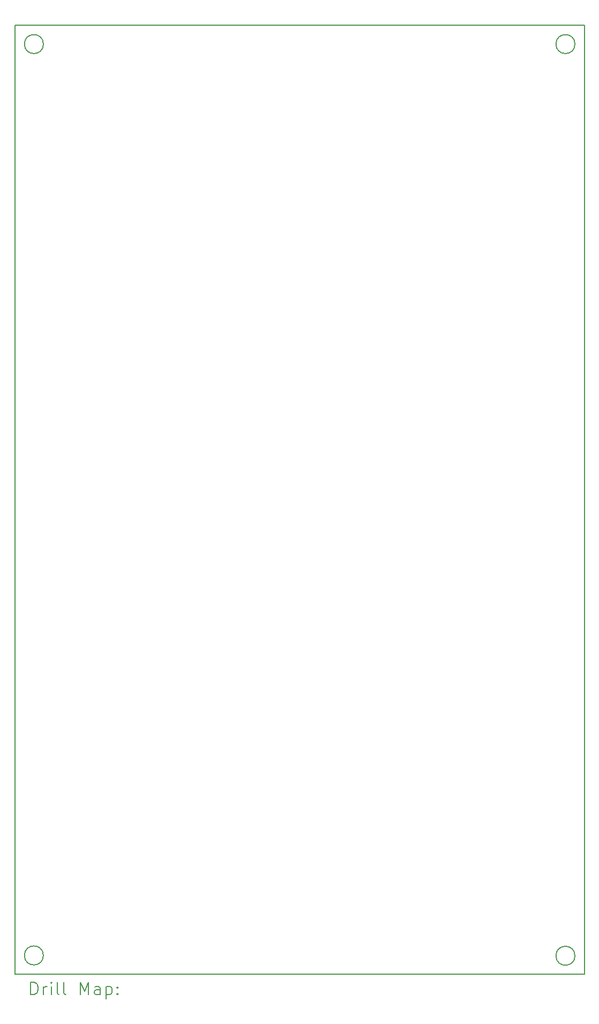
<source format=gbr>
%TF.GenerationSoftware,KiCad,Pcbnew,9.0.4*%
%TF.CreationDate,2025-12-08T11:00:42+07:00*%
%TF.ProjectId,05_sulfurmonitoring_design_v4_no_display,30355f73-756c-4667-9572-6d6f6e69746f,rev?*%
%TF.SameCoordinates,Original*%
%TF.FileFunction,Drillmap*%
%TF.FilePolarity,Positive*%
%FSLAX45Y45*%
G04 Gerber Fmt 4.5, Leading zero omitted, Abs format (unit mm)*
G04 Created by KiCad (PCBNEW 9.0.4) date 2025-12-08 11:00:42*
%MOMM*%
%LPD*%
G01*
G04 APERTURE LIST*
%ADD10C,0.200000*%
G04 APERTURE END LIST*
D10*
X4550000Y-2800000D02*
G75*
G02*
X4250000Y-2800000I-150000J0D01*
G01*
X4250000Y-2800000D02*
G75*
G02*
X4550000Y-2800000I150000J0D01*
G01*
X4550000Y-17200000D02*
G75*
G02*
X4250000Y-17200000I-150000J0D01*
G01*
X4250000Y-17200000D02*
G75*
G02*
X4550000Y-17200000I150000J0D01*
G01*
X4100000Y-2500000D02*
X13100000Y-2500000D01*
X13100000Y-17500000D01*
X4100000Y-17500000D01*
X4100000Y-2500000D01*
X12950000Y-17205000D02*
G75*
G02*
X12650000Y-17205000I-150000J0D01*
G01*
X12650000Y-17205000D02*
G75*
G02*
X12950000Y-17205000I150000J0D01*
G01*
X12950000Y-2800000D02*
G75*
G02*
X12650000Y-2800000I-150000J0D01*
G01*
X12650000Y-2800000D02*
G75*
G02*
X12950000Y-2800000I150000J0D01*
G01*
X4350777Y-17821484D02*
X4350777Y-17621484D01*
X4350777Y-17621484D02*
X4398396Y-17621484D01*
X4398396Y-17621484D02*
X4426967Y-17631008D01*
X4426967Y-17631008D02*
X4446015Y-17650055D01*
X4446015Y-17650055D02*
X4455539Y-17669103D01*
X4455539Y-17669103D02*
X4465063Y-17707198D01*
X4465063Y-17707198D02*
X4465063Y-17735770D01*
X4465063Y-17735770D02*
X4455539Y-17773865D01*
X4455539Y-17773865D02*
X4446015Y-17792912D01*
X4446015Y-17792912D02*
X4426967Y-17811960D01*
X4426967Y-17811960D02*
X4398396Y-17821484D01*
X4398396Y-17821484D02*
X4350777Y-17821484D01*
X4550777Y-17821484D02*
X4550777Y-17688150D01*
X4550777Y-17726246D02*
X4560301Y-17707198D01*
X4560301Y-17707198D02*
X4569824Y-17697674D01*
X4569824Y-17697674D02*
X4588872Y-17688150D01*
X4588872Y-17688150D02*
X4607920Y-17688150D01*
X4674586Y-17821484D02*
X4674586Y-17688150D01*
X4674586Y-17621484D02*
X4665063Y-17631008D01*
X4665063Y-17631008D02*
X4674586Y-17640531D01*
X4674586Y-17640531D02*
X4684110Y-17631008D01*
X4684110Y-17631008D02*
X4674586Y-17621484D01*
X4674586Y-17621484D02*
X4674586Y-17640531D01*
X4798396Y-17821484D02*
X4779348Y-17811960D01*
X4779348Y-17811960D02*
X4769824Y-17792912D01*
X4769824Y-17792912D02*
X4769824Y-17621484D01*
X4903158Y-17821484D02*
X4884110Y-17811960D01*
X4884110Y-17811960D02*
X4874586Y-17792912D01*
X4874586Y-17792912D02*
X4874586Y-17621484D01*
X5131729Y-17821484D02*
X5131729Y-17621484D01*
X5131729Y-17621484D02*
X5198396Y-17764341D01*
X5198396Y-17764341D02*
X5265063Y-17621484D01*
X5265063Y-17621484D02*
X5265063Y-17821484D01*
X5446015Y-17821484D02*
X5446015Y-17716722D01*
X5446015Y-17716722D02*
X5436491Y-17697674D01*
X5436491Y-17697674D02*
X5417444Y-17688150D01*
X5417444Y-17688150D02*
X5379348Y-17688150D01*
X5379348Y-17688150D02*
X5360301Y-17697674D01*
X5446015Y-17811960D02*
X5426967Y-17821484D01*
X5426967Y-17821484D02*
X5379348Y-17821484D01*
X5379348Y-17821484D02*
X5360301Y-17811960D01*
X5360301Y-17811960D02*
X5350777Y-17792912D01*
X5350777Y-17792912D02*
X5350777Y-17773865D01*
X5350777Y-17773865D02*
X5360301Y-17754817D01*
X5360301Y-17754817D02*
X5379348Y-17745293D01*
X5379348Y-17745293D02*
X5426967Y-17745293D01*
X5426967Y-17745293D02*
X5446015Y-17735770D01*
X5541253Y-17688150D02*
X5541253Y-17888150D01*
X5541253Y-17697674D02*
X5560301Y-17688150D01*
X5560301Y-17688150D02*
X5598396Y-17688150D01*
X5598396Y-17688150D02*
X5617443Y-17697674D01*
X5617443Y-17697674D02*
X5626967Y-17707198D01*
X5626967Y-17707198D02*
X5636491Y-17726246D01*
X5636491Y-17726246D02*
X5636491Y-17783389D01*
X5636491Y-17783389D02*
X5626967Y-17802436D01*
X5626967Y-17802436D02*
X5617443Y-17811960D01*
X5617443Y-17811960D02*
X5598396Y-17821484D01*
X5598396Y-17821484D02*
X5560301Y-17821484D01*
X5560301Y-17821484D02*
X5541253Y-17811960D01*
X5722205Y-17802436D02*
X5731729Y-17811960D01*
X5731729Y-17811960D02*
X5722205Y-17821484D01*
X5722205Y-17821484D02*
X5712682Y-17811960D01*
X5712682Y-17811960D02*
X5722205Y-17802436D01*
X5722205Y-17802436D02*
X5722205Y-17821484D01*
X5722205Y-17697674D02*
X5731729Y-17707198D01*
X5731729Y-17707198D02*
X5722205Y-17716722D01*
X5722205Y-17716722D02*
X5712682Y-17707198D01*
X5712682Y-17707198D02*
X5722205Y-17697674D01*
X5722205Y-17697674D02*
X5722205Y-17716722D01*
M02*

</source>
